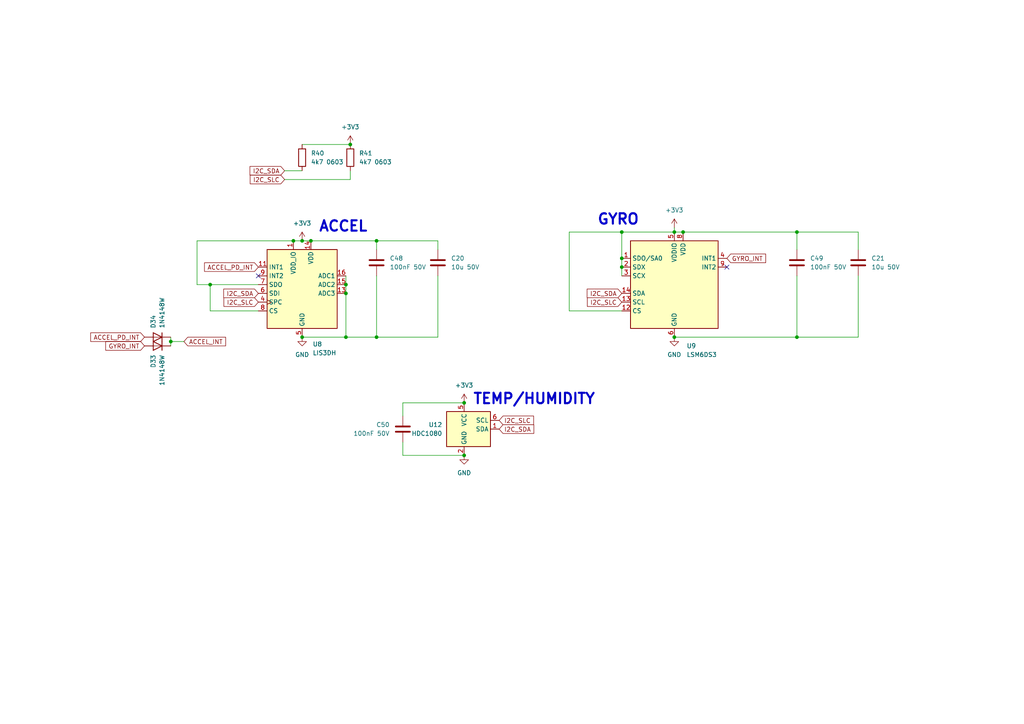
<source format=kicad_sch>
(kicad_sch (version 20250114) (generator "eeschema") (generator_version "9.0")
  (paper "A4")
  (title_block (title "VehicleMan") (date "2025-03-04") (rev "0") (company "©CC-BY-NC"))
  (lib_symbols
    (symbol "Device:C" (pin_numbers (hide yes)) (pin_names (offset 0.254))
      (property "Reference" "C" (at 0.635 2.54 0))
      (property "Value" "C" (at 0.635 -2.54 0))
      (symbol "C_0_1"
        (polyline (pts (xy -2.032 0.762) (xy 2.032 0.762)) (stroke (width 0.508)))
        (polyline (pts (xy -2.032 -0.762) (xy 2.032 -0.762)) (stroke (width 0.508)))
      )
      (symbol "C_1_1"
        (pin passive line (at 0 3.81 270) (length 2.794) (name "~") (number "1"))
        (pin passive line (at 0 -3.81 90) (length 2.794) (name "~") (number "2"))
      )
    )
    (symbol "Device:R" (pin_numbers (hide yes)) (pin_names (offset 0))
      (property "Reference" "R" (at 2.032 0 90))
      (property "Value" "R" (at 0 0 90))
      (symbol "R_0_1"
        (rectangle (start -1.016 -2.54) (end 1.016 2.54) (stroke (width 0.254)))
      )
      (symbol "R_1_1"
        (pin passive line (at 0 3.81 270) (length 1.27) (name "~") (number "1"))
        (pin passive line (at 0 -3.81 90) (length 1.27) (name "~") (number "2"))
      )
    )
    (symbol "Diode:1N4148" (pin_numbers (hide yes)) (pin_names (hide yes))
      (property "Reference" "D" (at 0 2.54 0))
      (property "Value" "1N4148" (at 0 -2.54 0))
      (symbol "1N4148_0_1"
        (polyline (pts (xy -1.27 1.27) (xy -1.27 -1.27)) (stroke (width 0.254)))
        (polyline (pts (xy 1.27 1.27) (xy 1.27 -1.27) (xy -1.27 0) (xy 1.27 1.27)) (stroke (width 0.254)))
        (polyline (pts (xy 1.27 0) (xy -1.27 0)))
      )
      (symbol "1N4148_1_1"
        (pin passive line (at -3.81 0 0) (length 2.54) (name "K") (number "1"))
        (pin passive line (at 3.81 0 180) (length 2.54) (name "A") (number "2"))
      )
    )
    (symbol "Sensor_Humidity:HDC1080"
      (property "Reference" "U" (at -6.35 6.35 0))
      (property "Value" "HDC1080" (at 3.81 6.35 0))
      (symbol "HDC1080_0_1"
        (rectangle (start -7.62 5.08) (end 5.08 -5.08) (stroke (width 0.254)) (fill (type background)))
      )
      (symbol "HDC1080_1_1"
        (pin no_connect line (at -7.62 2.54 0) (length 2.54) (hide yes) (name "DAP") (number "7"))
        (pin no_connect line (at -7.62 0 0) (length 2.54) (hide yes) (name "NC") (number "3"))
        (pin no_connect line (at -7.62 -2.54 0) (length 2.54) (hide yes) (name "NC") (number "4"))
        (pin power_in line (at -2.54 7.62 270) (length 2.54) (name "VCC") (number "5"))
        (pin power_in line (at -2.54 -7.62 90) (length 2.54) (name "GND") (number "2"))
        (pin input line (at 7.62 2.54 180) (length 2.54) (name "SCL") (number "6"))
        (pin bidirectional line (at 7.62 0 180) (length 2.54) (name "SDA") (number "1"))
      )
    )
    (symbol "Sensor_Motion:LIS3DH"
      (property "Reference" "U" (at -7.62 11.43 0))
      (property "Value" "LIS3DH" (at 6.35 11.43 0))
      (symbol "LIS3DH_0_1"
        (rectangle (start -10.16 10.16) (end 10.16 -12.7) (stroke (width 0.254)) (fill (type background)))
      )
      (symbol "LIS3DH_1_1"
        (pin output line (at -12.7 5.08 0) (length 2.54) (name "INT1") (number "11"))
        (pin output line (at -12.7 2.54 0) (length 2.54) (name "INT2") (number "9"))
        (pin output line (at -12.7 0 0) (length 2.54) (name "SDO") (number "7"))
        (pin input line (at -12.7 -2.54 0) (length 2.54) (name "SDI") (number "6"))
        (pin input clock (at -12.7 -5.08 0) (length 2.54) (name "SPC") (number "4"))
        (pin input line (at -12.7 -7.62 0) (length 2.54) (name "CS") (number "8"))
        (pin power_in line (at -2.54 12.7 270) (length 2.54) (name "VDD_IO") (number "1"))
        (pin passive line (at 0 -15.24 90) (length 2.54) (hide yes) (name "GND") (number "10"))
        (pin passive line (at 0 -15.24 90) (length 2.54) (hide yes) (name "GND") (number "12"))
        (pin power_in line (at 0 -15.24 90) (length 2.54) (name "GND") (number "5"))
        (pin power_in line (at 2.54 12.7 270) (length 2.54) (name "VDD") (number "14"))
        (pin no_connect line (at 10.16 7.62 180) (length 2.54) (hide yes) (name "NC") (number "3"))
        (pin no_connect line (at 10.16 5.08 180) (length 2.54) (hide yes) (name "NC") (number "2"))
        (pin input line (at 12.7 2.54 180) (length 2.54) (name "ADC1") (number "16"))
        (pin input line (at 12.7 0 180) (length 2.54) (name "ADC2") (number "15"))
        (pin input line (at 12.7 -2.54 180) (length 2.54) (name "ADC3") (number "13"))
      )
    )
    (symbol "Sensor_Motion:LSM6DS3"
      (property "Reference" "U" (at -11.43 15.24 0))
      (property "Value" "LSM6DS3" (at -11.43 12.7 0))
      (symbol "LSM6DS3_0_1"
        (rectangle (start -12.7 12.7) (end 12.7 -12.7) (stroke (width 0.254)) (fill (type background)))
      )
      (symbol "LSM6DS3_1_1"
        (pin bidirectional line (at -15.24 7.62 0) (length 2.54) (name "SDO/SA0") (number "1"))
        (pin bidirectional line (at -15.24 5.08 0) (length 2.54) (name "SDX") (number "2"))
        (pin input line (at -15.24 2.54 0) (length 2.54) (name "SCX") (number "3"))
        (pin bidirectional line (at -15.24 -2.54 0) (length 2.54) (name "SDA") (number "14"))
        (pin input line (at -15.24 -5.08 0) (length 2.54) (name "SCL") (number "13"))
        (pin input line (at -15.24 -7.62 0) (length 2.54) (name "CS") (number "12"))
        (pin power_in line (at 0 15.24 270) (length 2.54) (name "VDDIO") (number "5"))
        (pin power_in line (at 0 -15.24 90) (length 2.54) (name "GND") (number "6"))
        (pin passive line (at 0 -15.24 90) (length 2.54) (hide yes) (name "GND") (number "7"))
        (pin power_in line (at 2.54 15.24 270) (length 2.54) (name "VDD") (number "8"))
        (pin no_connect line (at 12.7 -2.54 180) (length 3.81) (hide yes) (name "NC") (number "11"))
        (pin no_connect line (at 12.7 -5.08 180) (length 3.81) (hide yes) (name "NC") (number "10"))
        (pin output line (at 15.24 7.62 180) (length 2.54) (name "INT1") (number "4"))
        (pin output line (at 15.24 5.08 180) (length 2.54) (name "INT2") (number "9"))
      )
    )
    (symbol "power:+3V3" (power) (pin_numbers (hide yes)) (pin_names (offset 0) (hide yes))
      (property "Value" "+3V3" (at 0 3.556 0))
      (symbol "+3V3_0_1"
        (polyline (pts (xy -0.762 1.27) (xy 0 2.54)))
        (polyline (pts (xy 0 2.54) (xy 0.762 1.27)))
        (polyline (pts (xy 0 0) (xy 0 2.54)))
      )
      (symbol "+3V3_1_1"
        (pin power_in line (at 0 0 90) (length 0) (name "~") (number "1"))
      )
    )
    (symbol "power:GND" (power) (pin_numbers (hide yes)) (pin_names (offset 0) (hide yes))
      (property "Value" "GND" (at 0 -3.81 0))
      (symbol "GND_0_1"
        (polyline (pts (xy 0 0) (xy 0 -1.27) (xy 1.27 -1.27) (xy 0 -2.54) (xy -1.27 -1.27) (xy 0 -1.27)))
      )
      (symbol "GND_1_1"
        (pin power_in line (at 0 0 270) (length 0) (name "~") (number "1"))
      )
    )
  )
  (text "ACCEL" (at 99.568 65.786 0) (effects (font (size 3 3) (thickness 0.6) (bold yes))))
  (text "GYRO\n" (at 179.324 63.754 0) (effects (font (size 3 3) (thickness 0.6) (bold yes))))
  (text "TEMP/HUMIDITY\n" (at 154.94 115.824 0) (effects (font (size 3 3) (thickness 0.6) (bold yes))))
  (junction (at 101.6 41.91))
  (junction (at 134.62 116.84))
  (junction (at 100.33 82.55))
  (junction (at 85.09 69.85))
  (junction (at 180.34 67.31))
  (junction (at 195.58 67.31))
  (junction (at 198.12 67.31))
  (junction (at 49.53 99.06))
  (junction (at 231.14 97.79))
  (junction (at 87.63 97.79))
  (junction (at 231.14 67.31))
  (junction (at 195.58 97.79))
  (junction (at 60.96 82.55))
  (junction (at 100.33 97.79))
  (junction (at 90.17 69.85))
  (junction (at 87.63 69.85))
  (junction (at 109.22 97.79))
  (junction (at 180.34 77.47))
  (junction (at 109.22 69.85))
  (junction (at 100.33 85.09))
  (junction (at 180.34 74.93))
  (junction (at 134.62 132.08))
  (no_connect (at 74.93 80.01))
  (no_connect (at 210.82 77.47))
  (wire (pts (xy 57.15 82.55) (xy 60.96 82.55)))
  (wire (pts (xy 248.92 97.79) (xy 231.14 97.79)))
  (wire (pts (xy 165.1 67.31) (xy 180.34 67.31)))
  (wire (pts (xy 127 80.01) (xy 127 97.79)))
  (wire (pts (xy 82.55 52.07) (xy 101.6 52.07)))
  (wire (pts (xy 127 97.79) (xy 109.22 97.79)))
  (wire (pts (xy 109.22 80.01) (xy 109.22 97.79)))
  (wire (pts (xy 116.84 116.84) (xy 134.62 116.84)))
  (wire (pts (xy 231.14 72.39) (xy 231.14 67.31)))
  (wire (pts (xy 116.84 128.27) (xy 116.84 132.08)))
  (wire (pts (xy 60.96 82.55) (xy 74.93 82.55)))
  (wire (pts (xy 180.34 74.93) (xy 180.34 77.47)))
  (wire (pts (xy 231.14 67.31) (xy 248.92 67.31)))
  (wire (pts (xy 100.33 97.79) (xy 87.63 97.79)))
  (wire (pts (xy 57.15 69.85) (xy 85.09 69.85)))
  (wire (pts (xy 101.6 52.07) (xy 101.6 49.53)))
  (wire (pts (xy 109.22 69.85) (xy 109.22 72.39)))
  (wire (pts (xy 87.63 41.91) (xy 101.6 41.91)))
  (wire (pts (xy 49.53 99.06) (xy 53.34 99.06)))
  (wire (pts (xy 127 69.85) (xy 127 72.39)))
  (wire (pts (xy 248.92 67.31) (xy 248.92 72.39)))
  (wire (pts (xy 116.84 120.65) (xy 116.84 116.84)))
  (wire (pts (xy 180.34 90.17) (xy 165.1 90.17)))
  (wire (pts (xy 90.17 69.85) (xy 109.22 69.85)))
  (wire (pts (xy 109.22 69.85) (xy 127 69.85)))
  (wire (pts (xy 49.53 99.06) (xy 49.53 100.33)))
  (wire (pts (xy 195.58 67.31) (xy 198.12 67.31)))
  (wire (pts (xy 57.15 82.55) (xy 57.15 69.85)))
  (wire (pts (xy 198.12 67.31) (xy 231.14 67.31)))
  (wire (pts (xy 100.33 82.55) (xy 100.33 85.09)))
  (wire (pts (xy 100.33 80.01) (xy 100.33 82.55)))
  (wire (pts (xy 85.09 69.85) (xy 87.63 69.85)))
  (wire (pts (xy 87.63 69.85) (xy 90.17 69.85)))
  (wire (pts (xy 49.53 97.79) (xy 49.53 99.06)))
  (wire (pts (xy 100.33 85.09) (xy 100.33 97.79)))
  (wire (pts (xy 248.92 80.01) (xy 248.92 97.79)))
  (wire (pts (xy 60.96 90.17) (xy 60.96 82.55)))
  (wire (pts (xy 165.1 90.17) (xy 165.1 67.31)))
  (wire (pts (xy 180.34 67.31) (xy 180.34 74.93)))
  (wire (pts (xy 231.14 80.01) (xy 231.14 97.79)))
  (wire (pts (xy 109.22 97.79) (xy 100.33 97.79)))
  (wire (pts (xy 116.84 132.08) (xy 134.62 132.08)))
  (wire (pts (xy 180.34 67.31) (xy 195.58 67.31)))
  (wire (pts (xy 74.93 90.17) (xy 60.96 90.17)))
  (wire (pts (xy 231.14 97.79) (xy 195.58 97.79)))
  (wire (pts (xy 180.34 77.47) (xy 180.34 80.01)))
  (wire (pts (xy 195.58 66.04) (xy 195.58 67.31)))
  (wire (pts (xy 82.55 49.53) (xy 87.63 49.53)))
  (global_label "I2C_SLC" (shape input) (at 144.78 121.92 0) (property "Intersheetrefs" "${INTERSHEET_REFS}" (effects (hide yes))))
  (global_label "I2C_SDA" (shape input) (at 144.78 124.46 0) (property "Intersheetrefs" "${INTERSHEET_REFS}" (effects (hide yes))))
  (global_label "ACCEL_PD_INT" (shape input) (at 74.93 77.47 180) (property "Intersheetrefs" "${INTERSHEET_REFS}" (effects (hide yes))))
  (global_label "I2C_SLC" (shape input) (at 82.55 52.07 180) (property "Intersheetrefs" "${INTERSHEET_REFS}" (effects (hide yes))))
  (global_label "I2C_SDA" (shape input) (at 74.93 85.09 180) (property "Intersheetrefs" "${INTERSHEET_REFS}" (effects (hide yes))))
  (global_label "ACCEL_PD_INT" (shape input) (at 41.91 97.79 180) (property "Intersheetrefs" "${INTERSHEET_REFS}" (effects (hide yes))))
  (global_label "GYRO_INT" (shape input) (at 41.91 100.33 180) (property "Intersheetrefs" "${INTERSHEET_REFS}" (effects (hide yes))))
  (global_label "GYRO_INT" (shape input) (at 210.82 74.93 0) (property "Intersheetrefs" "${INTERSHEET_REFS}" (effects (hide yes))))
  (global_label "I2C_SLC" (shape input) (at 180.34 87.63 180) (property "Intersheetrefs" "${INTERSHEET_REFS}" (effects (hide yes))))
  (global_label "I2C_SLC" (shape input) (at 74.93 87.63 180) (property "Intersheetrefs" "${INTERSHEET_REFS}" (effects (hide yes))))
  (global_label "ACCEL_INT" (shape input) (at 53.34 99.06 0) (property "Intersheetrefs" "${INTERSHEET_REFS}" (effects (hide yes))))
  (global_label "I2C_SDA" (shape input) (at 180.34 85.09 180) (property "Intersheetrefs" "${INTERSHEET_REFS}" (effects (hide yes))))
  (global_label "I2C_SDA" (shape input) (at 82.55 49.53 180) (property "Intersheetrefs" "${INTERSHEET_REFS}" (effects (hide yes))))
  (symbol (lib_id "Device:C") (at 248.92 76.2 0) (unit 1)
    (property "Reference" "C21" (at 252.73 74.9299 0) (effects (justify left)))
    (property "Value" "10u 50V" (at 252.73 77.4699 0) (effects (justify left)))
    (property "Footprint" "Capacitor_SMD:C_1206_3216Metric" (effects (hide yes)))
    (property "Description" "Unpolarized capacitor" (effects (hide yes)))
    (property "LCSC" "C13585" (effects (hide yes)))
  )
  (symbol (lib_id "Device:C") (at 109.22 76.2 0) (mirror y) (unit 1)
    (property "Reference" "C48" (at 113.03 74.9299 0) (effects (justify right)))
    (property "Value" "100nF 50V" (at 113.03 77.4699 0) (effects (justify right)))
    (property "Footprint" "Capacitor_SMD:C_0603_1608Metric" (effects (hide yes)))
    (property "Description" "Unpolarized capacitor" (effects (hide yes)))
    (property "LCSC" "C14663" (effects (hide yes)))
  )
  (symbol (lib_id "power:+3V3") (at 134.62 116.84 0) (unit 1)
    (property "Reference" "#PWR055" (effects (hide yes)))
    (property "Value" "+3V3" (at 134.62 111.76 0))
    (property "Description" "Power symbol creates a global label with name \"+3V3\"" (effects (hide yes)))
  )
  (symbol (lib_id "Device:C") (at 116.84 124.46 0) (unit 1)
    (property "Reference" "C50" (at 113.03 123.1899 0) (effects (justify right)))
    (property "Value" "100nF 50V" (at 113.03 125.7299 0) (effects (justify right)))
    (property "Footprint" "Capacitor_SMD:C_0603_1608Metric" (effects (hide yes)))
    (property "Description" "Unpolarized capacitor" (effects (hide yes)))
    (property "LCSC" "C14663" (effects (hide yes)))
  )
  (symbol (lib_id "power:GND") (at 87.63 97.79 0) (unit 1)
    (property "Reference" "#PWR050" (effects (hide yes)))
    (property "Value" "GND" (at 87.63 102.87 0))
    (property "Description" "Power symbol creates a global label with name \"GND\" , ground" (effects (hide yes)))
  )
  (symbol (lib_id "Sensor_Humidity:HDC1080") (at 137.16 124.46 0) (unit 1)
    (property "Reference" "U12" (at 128.27 123.1899 0) (effects (justify right)))
    (property "Value" "HDC1080" (at 128.27 125.7299 0) (effects (justify right)))
    (property "Footprint" "Package_SON:Texas_PWSON-N6" (effects (hide yes)))
    (property "Datasheet" "http://www.ti.com/lit/ds/symlink/hdc1080.pdf" (effects (hide yes)))
    (property "Description" "Low Power,High Accuracy Digital Humidity Sensor with Temperature Sensor" (effects (hide yes)))
    (property "LCSC" "C82227" (effects (hide yes)))
  )
  (symbol (lib_id "Device:R") (at 101.6 45.72 0) (unit 1)
    (property "Reference" "R41" (at 104.14 44.4499 0) (effects (justify left)))
    (property "Value" "4k7 0603" (at 104.14 46.9899 0) (effects (justify left)))
    (property "Footprint" "Resistor_SMD:R_0603_1608Metric" (effects (hide yes)))
    (property "Description" "Resistor" (effects (hide yes)))
    (property "LCSC" "C99782" (effects (hide yes)))
  )
  (symbol (lib_id "Diode:1N4148") (at 45.72 97.79 0) (mirror y) (unit 1)
    (property "Reference" "D34" (at 44.4499 95.25 90) (effects (justify left)))
    (property "Value" "1N4148W" (at 46.9899 95.25 90) (effects (justify left)))
    (property "Footprint" "Diode_SMD:D_SOD-123" (effects (hide yes)))
    (property "Datasheet" "https://assets.nexperia.com/documents/data-sheet/1N4148_1N4448.pdf" (effects (hide yes)))
    (property "Description" "100V 0.15A standard switching diode, DO-35" (effects (hide yes)))
    (property "LCSC" "C917030" (effects (hide yes)))
  )
  (symbol (lib_id "Sensor_Motion:LIS3DH") (at 87.63 82.55 0) (unit 1)
    (property "Reference" "U8" (at 90.678 99.822 0) (effects (justify left)))
    (property "Value" "LIS3DH" (at 90.678 102.362 0) (effects (justify left)))
    (property "Footprint" "Package_LGA:LGA-16_3x3mm_P0.5mm_LayoutBorder3x5y" (effects (hide yes)))
    (property "Datasheet" "https://www.st.com/resource/en/datasheet/cd00274221.pdf" (effects (hide yes)))
    (property "Description" "3-Axis Accelerometer, 2/4/8/16g range, I2C/SPI interface, LGA-16" (effects (hide yes)))
    (property "LCSC" "C15134" (effects (hide yes)))
  )
  (symbol (lib_id "Device:C") (at 231.14 76.2 0) (mirror y) (unit 1)
    (property "Reference" "C49" (at 234.95 74.9299 0) (effects (justify right)))
    (property "Value" "100nF 50V" (at 234.95 77.4699 0) (effects (justify right)))
    (property "Footprint" "Capacitor_SMD:C_0603_1608Metric" (effects (hide yes)))
    (property "Description" "Unpolarized capacitor" (effects (hide yes)))
    (property "LCSC" "C14663" (effects (hide yes)))
  )
  (symbol (lib_id "Diode:1N4148") (at 45.72 100.33 180) (unit 1)
    (property "Reference" "D33" (at 44.4499 102.87 90) (effects (justify left)))
    (property "Value" "1N4148W" (at 46.9899 102.87 90) (effects (justify left)))
    (property "Footprint" "Diode_SMD:D_SOD-123" (effects (hide yes)))
    (property "Datasheet" "https://assets.nexperia.com/documents/data-sheet/1N4148_1N4448.pdf" (effects (hide yes)))
    (property "Description" "100V 0.15A standard switching diode, DO-35" (effects (hide yes)))
    (property "LCSC" "C917030" (effects (hide yes)))
  )
  (symbol (lib_id "power:+3V3") (at 195.58 66.04 0) (unit 1)
    (property "Reference" "#PWR053" (effects (hide yes)))
    (property "Value" "+3V3" (at 195.58 60.96 0))
    (property "Description" "Power symbol creates a global label with name \"+3V3\"" (effects (hide yes)))
  )
  (symbol (lib_id "power:GND") (at 195.58 97.79 0) (unit 1)
    (property "Reference" "#PWR052" (effects (hide yes)))
    (property "Value" "GND" (at 195.58 102.87 0))
    (property "Description" "Power symbol creates a global label with name \"GND\" , ground" (effects (hide yes)))
  )
  (symbol (lib_id "Device:R") (at 87.63 45.72 0) (unit 1)
    (property "Reference" "R40" (at 90.17 44.4499 0) (effects (justify left)))
    (property "Value" "4k7 0603" (at 90.17 46.9899 0) (effects (justify left)))
    (property "Footprint" "Resistor_SMD:R_0603_1608Metric" (effects (hide yes)))
    (property "Description" "Resistor" (effects (hide yes)))
    (property "LCSC" "C99782" (effects (hide yes)))
  )
  (symbol (lib_id "power:+3V3") (at 87.63 69.85 0) (unit 1)
    (property "Reference" "#PWR01" (effects (hide yes)))
    (property "Value" "+3V3" (at 87.63 64.77 0))
    (property "Description" "Power symbol creates a global label with name \"+3V3\"" (effects (hide yes)))
  )
  (symbol (lib_id "Device:C") (at 127 76.2 0) (unit 1)
    (property "Reference" "C20" (at 130.81 74.9299 0) (effects (justify left)))
    (property "Value" "10u 50V" (at 130.81 77.4699 0) (effects (justify left)))
    (property "Footprint" "Capacitor_SMD:C_1206_3216Metric" (effects (hide yes)))
    (property "Description" "Unpolarized capacitor" (effects (hide yes)))
    (property "LCSC" "C13585" (effects (hide yes)))
  )
  (symbol (lib_id "power:+3V3") (at 101.6 41.91 0) (unit 1)
    (property "Reference" "#PWR051" (effects (hide yes)))
    (property "Value" "+3V3" (at 101.6 36.83 0))
    (property "Description" "Power symbol creates a global label with name \"+3V3\"" (effects (hide yes)))
  )
  (symbol (lib_id "power:GND") (at 134.62 132.08 0) (unit 1)
    (property "Reference" "#PWR054" (effects (hide yes)))
    (property "Value" "GND" (at 134.62 137.16 0))
    (property "Description" "Power symbol creates a global label with name \"GND\" , ground" (effects (hide yes)))
  )
  (symbol (lib_id "Sensor_Motion:LSM6DS3") (at 195.58 82.55 0) (unit 1)
    (property "Reference" "U9" (at 199.136 100.33 0) (effects (justify left)))
    (property "Value" "LSM6DS3" (at 199.136 102.87 0) (effects (justify left)))
    (property "Footprint" "Package_LGA:LGA-14_3x2.5mm_P0.5mm_LayoutBorder3x4y" (effects (hide yes)))
    (property "Datasheet" "https://www.st.com/resource/en/datasheet/lsm6ds3tr-c.pdf" (effects (hide yes)))
    (property "Description" "I2C/SPI, iNEMO inertial module: always-on 3D accelerometer and 3D gyroscope" (effects (hide yes)))
    (property "LCSC" "C967633" (effects (hide yes)))
  )
)
</source>
